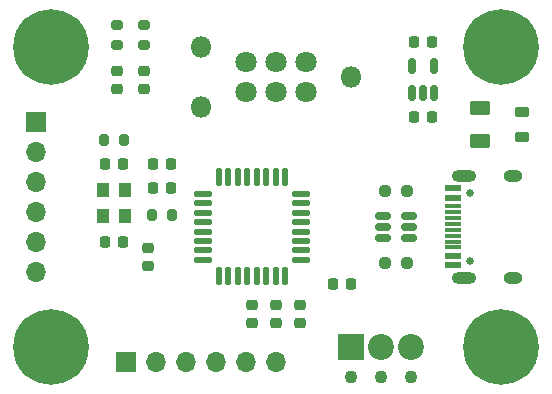
<source format=gbr>
%TF.GenerationSoftware,KiCad,Pcbnew,(6.0.5)*%
%TF.CreationDate,2022-06-21T13:53:18+02:00*%
%TF.ProjectId,usb-c_demo1,7573622d-635f-4646-956d-6f312e6b6963,rev?*%
%TF.SameCoordinates,Original*%
%TF.FileFunction,Soldermask,Top*%
%TF.FilePolarity,Negative*%
%FSLAX46Y46*%
G04 Gerber Fmt 4.6, Leading zero omitted, Abs format (unit mm)*
G04 Created by KiCad (PCBNEW (6.0.5)) date 2022-06-21 13:53:18*
%MOMM*%
%LPD*%
G01*
G04 APERTURE LIST*
G04 Aperture macros list*
%AMRoundRect*
0 Rectangle with rounded corners*
0 $1 Rounding radius*
0 $2 $3 $4 $5 $6 $7 $8 $9 X,Y pos of 4 corners*
0 Add a 4 corners polygon primitive as box body*
4,1,4,$2,$3,$4,$5,$6,$7,$8,$9,$2,$3,0*
0 Add four circle primitives for the rounded corners*
1,1,$1+$1,$2,$3*
1,1,$1+$1,$4,$5*
1,1,$1+$1,$6,$7*
1,1,$1+$1,$8,$9*
0 Add four rect primitives between the rounded corners*
20,1,$1+$1,$2,$3,$4,$5,0*
20,1,$1+$1,$4,$5,$6,$7,0*
20,1,$1+$1,$6,$7,$8,$9,0*
20,1,$1+$1,$8,$9,$2,$3,0*%
G04 Aperture macros list end*
%ADD10RoundRect,0.225000X-0.225000X-0.250000X0.225000X-0.250000X0.225000X0.250000X-0.225000X0.250000X0*%
%ADD11C,0.650000*%
%ADD12R,1.450000X0.600000*%
%ADD13R,1.450000X0.300000*%
%ADD14O,1.600000X1.000000*%
%ADD15O,2.100000X1.000000*%
%ADD16RoundRect,0.225000X-0.250000X0.225000X-0.250000X-0.225000X0.250000X-0.225000X0.250000X0.225000X0*%
%ADD17RoundRect,0.200000X0.200000X0.275000X-0.200000X0.275000X-0.200000X-0.275000X0.200000X-0.275000X0*%
%ADD18R,1.700000X1.700000*%
%ADD19O,1.700000X1.700000*%
%ADD20O,1.800000X1.800000*%
%ADD21C,1.800000*%
%ADD22RoundRect,0.150000X-0.512500X-0.150000X0.512500X-0.150000X0.512500X0.150000X-0.512500X0.150000X0*%
%ADD23RoundRect,0.218750X0.381250X-0.218750X0.381250X0.218750X-0.381250X0.218750X-0.381250X-0.218750X0*%
%ADD24RoundRect,0.218750X-0.256250X0.218750X-0.256250X-0.218750X0.256250X-0.218750X0.256250X0.218750X0*%
%ADD25C,1.100000*%
%ADD26R,2.200000X2.200000*%
%ADD27C,2.200000*%
%ADD28C,6.400000*%
%ADD29C,0.800000*%
%ADD30RoundRect,0.218750X0.256250X-0.218750X0.256250X0.218750X-0.256250X0.218750X-0.256250X-0.218750X0*%
%ADD31RoundRect,0.125000X-0.625000X-0.125000X0.625000X-0.125000X0.625000X0.125000X-0.625000X0.125000X0*%
%ADD32RoundRect,0.125000X-0.125000X-0.625000X0.125000X-0.625000X0.125000X0.625000X-0.125000X0.625000X0*%
%ADD33RoundRect,0.225000X0.225000X0.250000X-0.225000X0.250000X-0.225000X-0.250000X0.225000X-0.250000X0*%
%ADD34RoundRect,0.250000X-0.625000X0.375000X-0.625000X-0.375000X0.625000X-0.375000X0.625000X0.375000X0*%
%ADD35RoundRect,0.237500X0.250000X0.237500X-0.250000X0.237500X-0.250000X-0.237500X0.250000X-0.237500X0*%
%ADD36R,1.000000X1.300000*%
%ADD37RoundRect,0.200000X-0.200000X-0.275000X0.200000X-0.275000X0.200000X0.275000X-0.200000X0.275000X0*%
%ADD38RoundRect,0.200000X0.275000X-0.200000X0.275000X0.200000X-0.275000X0.200000X-0.275000X-0.200000X0*%
%ADD39RoundRect,0.150000X0.150000X-0.512500X0.150000X0.512500X-0.150000X0.512500X-0.150000X-0.512500X0*%
G04 APERTURE END LIST*
D10*
%TO.C,C3*%
X54343000Y-68326000D03*
X55893000Y-68326000D03*
%TD*%
D11*
%TO.C,J1*%
X65980000Y-60610000D03*
X65980000Y-66390000D03*
D12*
X64535000Y-66750000D03*
X64535000Y-65950000D03*
D13*
X64535000Y-64750000D03*
X64535000Y-63750000D03*
X64535000Y-63250000D03*
X64535000Y-62250000D03*
D12*
X64535000Y-61050000D03*
X64535000Y-60250000D03*
X64535000Y-60250000D03*
X64535000Y-61050000D03*
D13*
X64535000Y-61750000D03*
X64535000Y-62750000D03*
X64535000Y-64250000D03*
X64535000Y-65250000D03*
D12*
X64535000Y-65950000D03*
X64535000Y-66750000D03*
D14*
X69630000Y-67820000D03*
D15*
X65450000Y-59180000D03*
D14*
X69630000Y-59180000D03*
D15*
X65450000Y-67820000D03*
%TD*%
D16*
%TO.C,C10*%
X38735000Y-65265000D03*
X38735000Y-66815000D03*
%TD*%
D17*
%TO.C,R4*%
X36639000Y-56134000D03*
X34989000Y-56134000D03*
%TD*%
D18*
%TO.C,J4*%
X36830000Y-74930000D03*
D19*
X39370000Y-74930000D03*
X41910000Y-74930000D03*
X44450000Y-74930000D03*
X46990000Y-74930000D03*
X49530000Y-74930000D03*
%TD*%
D16*
%TO.C,C6*%
X47498000Y-70091000D03*
X47498000Y-71641000D03*
%TD*%
D10*
%TO.C,C9*%
X61201000Y-47879000D03*
X62751000Y-47879000D03*
%TD*%
%TO.C,C8*%
X61201000Y-54229000D03*
X62751000Y-54229000D03*
%TD*%
D20*
%TO.C,J2*%
X55880000Y-50800000D03*
X43180000Y-53340000D03*
X43180000Y-48260000D03*
D21*
X52070000Y-49530000D03*
X52070000Y-52070000D03*
X49530000Y-49530000D03*
X49530000Y-52070000D03*
X46990000Y-49530000D03*
X46990000Y-52070000D03*
%TD*%
D18*
%TO.C,J5*%
X29210000Y-54610000D03*
D19*
X29210000Y-57150000D03*
X29210000Y-59690000D03*
X29210000Y-62230000D03*
X29210000Y-64770000D03*
X29210000Y-67310000D03*
%TD*%
D22*
%TO.C,U2*%
X58552500Y-62550000D03*
X58552500Y-63500000D03*
X58552500Y-64450000D03*
X60827500Y-64450000D03*
X60827500Y-63500000D03*
X60827500Y-62550000D03*
%TD*%
D23*
%TO.C,FB1*%
X70358000Y-55926500D03*
X70358000Y-53801500D03*
%TD*%
D16*
%TO.C,C7*%
X49530000Y-70091000D03*
X49530000Y-71641000D03*
%TD*%
D24*
%TO.C,D1*%
X36068000Y-50266500D03*
X36068000Y-51841500D03*
%TD*%
D25*
%TO.C,J3*%
X60960000Y-76200000D03*
X58420000Y-76200000D03*
X55880000Y-76200000D03*
D26*
X55880000Y-73660000D03*
D27*
X58420000Y-73660000D03*
X60960000Y-73660000D03*
%TD*%
D28*
%TO.C,H3*%
X30480000Y-48260000D03*
D29*
X30480000Y-45860000D03*
X28080000Y-48260000D03*
X28782944Y-49957056D03*
X32177056Y-49957056D03*
X30480000Y-50660000D03*
X28782944Y-46562944D03*
X32177056Y-46562944D03*
X32880000Y-48260000D03*
%TD*%
D30*
%TO.C,L1*%
X51562000Y-71653500D03*
X51562000Y-70078500D03*
%TD*%
D28*
%TO.C,H1*%
X68580000Y-48260000D03*
D29*
X68580000Y-50660000D03*
X70980000Y-48260000D03*
X70277056Y-46562944D03*
X70277056Y-49957056D03*
X66180000Y-48260000D03*
X68580000Y-45860000D03*
X66882944Y-49957056D03*
X66882944Y-46562944D03*
%TD*%
D31*
%TO.C,U1*%
X43323000Y-60700000D03*
X43323000Y-61500000D03*
X43323000Y-62300000D03*
X43323000Y-63100000D03*
X43323000Y-63900000D03*
X43323000Y-64700000D03*
X43323000Y-65500000D03*
X43323000Y-66300000D03*
D32*
X44698000Y-67675000D03*
X45498000Y-67675000D03*
X46298000Y-67675000D03*
X47098000Y-67675000D03*
X47898000Y-67675000D03*
X48698000Y-67675000D03*
X49498000Y-67675000D03*
X50298000Y-67675000D03*
D31*
X51673000Y-66300000D03*
X51673000Y-65500000D03*
X51673000Y-64700000D03*
X51673000Y-63900000D03*
X51673000Y-63100000D03*
X51673000Y-62300000D03*
X51673000Y-61500000D03*
X51673000Y-60700000D03*
D32*
X50298000Y-59325000D03*
X49498000Y-59325000D03*
X48698000Y-59325000D03*
X47898000Y-59325000D03*
X47098000Y-59325000D03*
X46298000Y-59325000D03*
X45498000Y-59325000D03*
X44698000Y-59325000D03*
%TD*%
D29*
%TO.C,H2*%
X28080000Y-73660000D03*
X32177056Y-71962944D03*
X28782944Y-71962944D03*
X32177056Y-75357056D03*
X30480000Y-76060000D03*
X28782944Y-75357056D03*
X32880000Y-73660000D03*
D28*
X30480000Y-73660000D03*
D29*
X30480000Y-71260000D03*
%TD*%
D33*
%TO.C,C1*%
X36589000Y-58166000D03*
X35039000Y-58166000D03*
%TD*%
D34*
%TO.C,F1*%
X66802000Y-53464000D03*
X66802000Y-56264000D03*
%TD*%
D10*
%TO.C,C2*%
X35039000Y-64770000D03*
X36589000Y-64770000D03*
%TD*%
D35*
%TO.C,R5*%
X60602500Y-66548000D03*
X58777500Y-66548000D03*
%TD*%
D36*
%TO.C,Y1*%
X36714000Y-62568000D03*
X36714000Y-60368000D03*
X34914000Y-60368000D03*
X34914000Y-62568000D03*
%TD*%
D33*
%TO.C,C4*%
X40653000Y-60198000D03*
X39103000Y-60198000D03*
%TD*%
D37*
%TO.C,R1*%
X39053000Y-62484000D03*
X40703000Y-62484000D03*
%TD*%
D33*
%TO.C,C5*%
X40653000Y-58166000D03*
X39103000Y-58166000D03*
%TD*%
D38*
%TO.C,R3*%
X38354000Y-48069000D03*
X38354000Y-46419000D03*
%TD*%
D39*
%TO.C,U3*%
X61026000Y-52191500D03*
X61976000Y-52191500D03*
X62926000Y-52191500D03*
X62926000Y-49916500D03*
X61026000Y-49916500D03*
%TD*%
D24*
%TO.C,D2*%
X38354000Y-50266500D03*
X38354000Y-51841500D03*
%TD*%
D29*
%TO.C,H4*%
X66882944Y-75357056D03*
X70277056Y-75357056D03*
X68580000Y-71260000D03*
X66882944Y-71962944D03*
X70277056Y-71962944D03*
D28*
X68580000Y-73660000D03*
D29*
X66180000Y-73660000D03*
X68580000Y-76060000D03*
X70980000Y-73660000D03*
%TD*%
D38*
%TO.C,R2*%
X36068000Y-48069000D03*
X36068000Y-46419000D03*
%TD*%
D35*
%TO.C,R6*%
X60602500Y-60452000D03*
X58777500Y-60452000D03*
%TD*%
M02*

</source>
